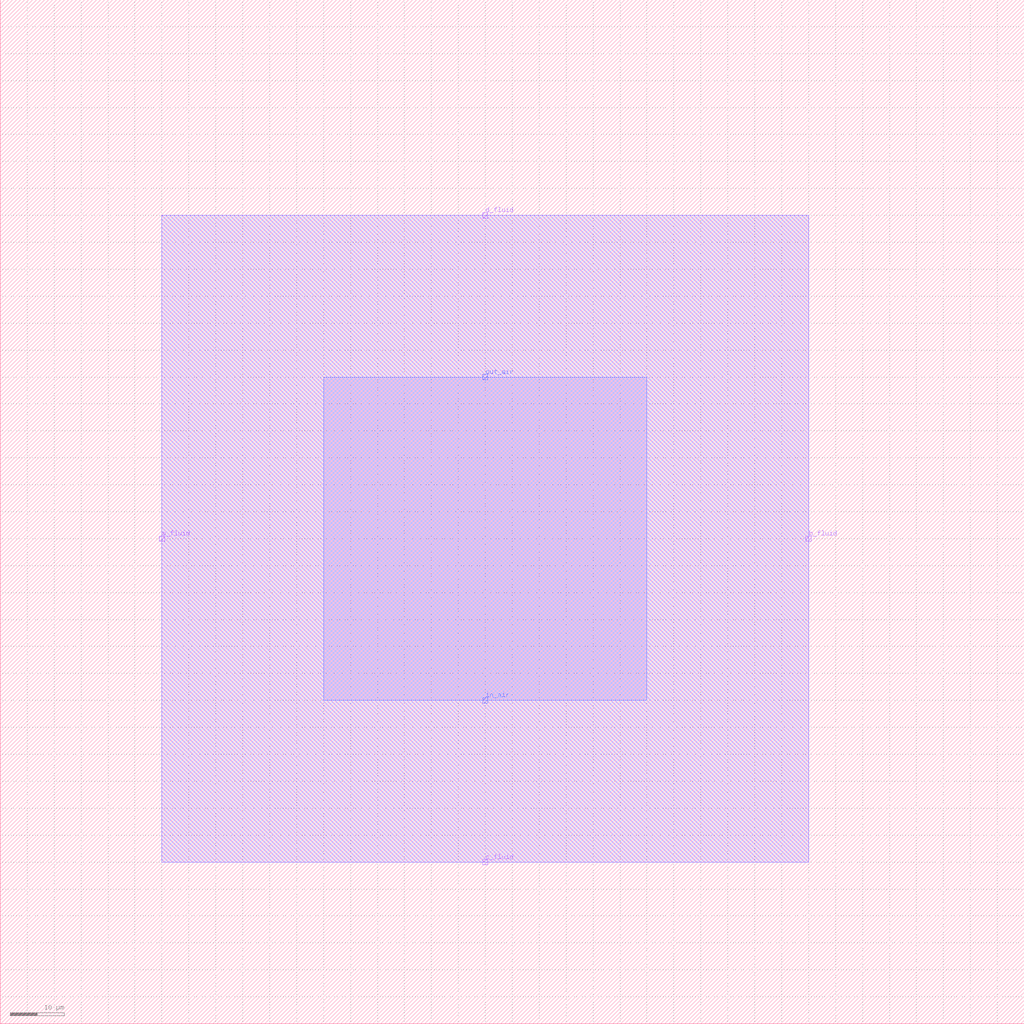
<source format=lef>

MACRO valve_80px_4way_0
  CLASS CORE ;
  ORIGIN  0 0 ;
  FOREIGN valve_80px_4way_0 0 0 ;
  SIZE 190 BY 190 ;
  SYMMETRY X Y ;
  SITE CoreSite ;
  PIN a_fluid
    DIRECTION INOUT ;
    USE SIGNAL ;
    PORT
      LAYER met1 ;
        RECT 29.5 89.5 30.5 90.5 ;
    END
  END a_fluid
  PIN b_fluid
    DIRECTION INOUT ;
    USE SIGNAL ;
    PORT
      LAYER met1 ;
        RECT 149.5 89.5 150.5 90.5 ;
    END
  END b_fluid
  PIN c_fluid
    DIRECTION INOUT ;
    USE SIGNAL ;
    PORT
      LAYER met1 ;
        RECT 89.5 29.5 90.5 30.5 ;
    END
  END c_fluid
  PIN d_fluid
    DIRECTION INOUT ;
    USE SIGNAL ;
    PORT
      LAYER met1 ;
        RECT 89.5 149.5 90.5 150.5 ;
    END
  END d_fluid
  PIN in_air
    DIRECTION INPUT ;
    USE SIGNAL ;
    PORT
      LAYER met3 ;
        RECT 89.5 59.5 90.5 60.5 ;
    END
  END in_air
  PIN out_air
    DIRECTION OUTPUT ;
    USE SIGNAL ;
    PORT
      LAYER met3 ;
        RECT 89.5 119.5 90.5 120.5 ;
    END
  END out_air
  OBS
    LAYER met1 ;
      RECT 30 30 150 150 ;
    LAYER met2 ;
      RECT 30 30 150 150 ;
    LAYER met3 ;
      RECT 60 60 120 120 ;
  END
  PROPERTY CatenaDesignType "deviceLevel" ;
END valve_80px_4way_0

</source>
